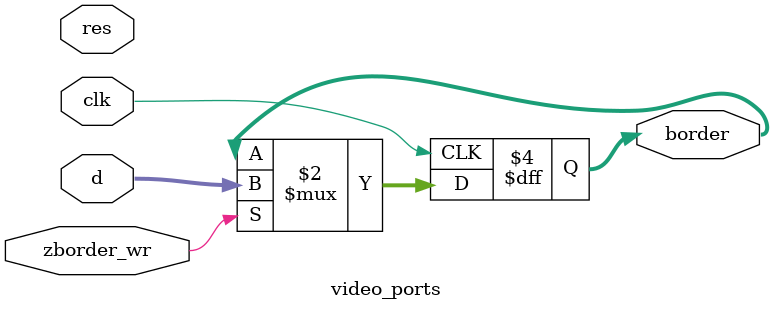
<source format=v>

`include "../include/tune.v"


module video_ports (

// clocks
	input wire clk,

// Z80 controls
	input wire [ 7:0] d,

// ZX controls
    input wire        res,

// port write strobes
    input wire zborder_wr,

// video parameters
	output reg [7:0] border

 );


    always @(posedge clk)
        if (zborder_wr)
			border <= d;


 endmodule
</source>
